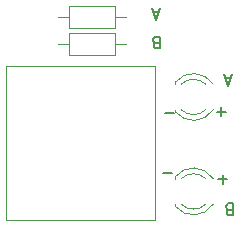
<source format=gbr>
%TF.GenerationSoftware,KiCad,Pcbnew,8.0.2*%
%TF.CreationDate,2025-01-19T22:09:42+01:00*%
%TF.ProjectId,CabControl,43616243-6f6e-4747-926f-6c2e6b696361,rev?*%
%TF.SameCoordinates,Original*%
%TF.FileFunction,Legend,Top*%
%TF.FilePolarity,Positive*%
%FSLAX46Y46*%
G04 Gerber Fmt 4.6, Leading zero omitted, Abs format (unit mm)*
G04 Created by KiCad (PCBNEW 8.0.2) date 2025-01-19 22:09:42*
%MOMM*%
%LPD*%
G01*
G04 APERTURE LIST*
G04 Aperture macros list*
%AMRoundRect*
0 Rectangle with rounded corners*
0 $1 Rounding radius*
0 $2 $3 $4 $5 $6 $7 $8 $9 X,Y pos of 4 corners*
0 Add a 4 corners polygon primitive as box body*
4,1,4,$2,$3,$4,$5,$6,$7,$8,$9,$2,$3,0*
0 Add four circle primitives for the rounded corners*
1,1,$1+$1,$2,$3*
1,1,$1+$1,$4,$5*
1,1,$1+$1,$6,$7*
1,1,$1+$1,$8,$9*
0 Add four rect primitives between the rounded corners*
20,1,$1+$1,$2,$3,$4,$5,0*
20,1,$1+$1,$4,$5,$6,$7,0*
20,1,$1+$1,$6,$7,$8,$9,0*
20,1,$1+$1,$8,$9,$2,$3,0*%
G04 Aperture macros list end*
%ADD10C,0.150000*%
%ADD11C,0.120000*%
%ADD12O,3.700000X2.000000*%
%ADD13C,1.400000*%
%ADD14O,1.400000X1.400000*%
%ADD15R,1.800000X1.800000*%
%ADD16C,1.800000*%
%ADD17RoundRect,0.250000X1.550000X-0.650000X1.550000X0.650000X-1.550000X0.650000X-1.550000X-0.650000X0*%
%ADD18O,3.600000X1.800000*%
%ADD19RoundRect,0.250000X-1.550000X0.650000X-1.550000X-0.650000X1.550000X-0.650000X1.550000X0.650000X0*%
G04 APERTURE END LIST*
D10*
X157698887Y-71646990D02*
X157556030Y-71599371D01*
X157556030Y-71599371D02*
X157508411Y-71551752D01*
X157508411Y-71551752D02*
X157460792Y-71456514D01*
X157460792Y-71456514D02*
X157460792Y-71313657D01*
X157460792Y-71313657D02*
X157508411Y-71218419D01*
X157508411Y-71218419D02*
X157556030Y-71170800D01*
X157556030Y-71170800D02*
X157651268Y-71123180D01*
X157651268Y-71123180D02*
X158032220Y-71123180D01*
X158032220Y-71123180D02*
X158032220Y-72123180D01*
X158032220Y-72123180D02*
X157698887Y-72123180D01*
X157698887Y-72123180D02*
X157603649Y-72075561D01*
X157603649Y-72075561D02*
X157556030Y-72027942D01*
X157556030Y-72027942D02*
X157508411Y-71932704D01*
X157508411Y-71932704D02*
X157508411Y-71837466D01*
X157508411Y-71837466D02*
X157556030Y-71742228D01*
X157556030Y-71742228D02*
X157603649Y-71694609D01*
X157603649Y-71694609D02*
X157698887Y-71646990D01*
X157698887Y-71646990D02*
X158032220Y-71646990D01*
X157952839Y-68995895D02*
X157476649Y-68995895D01*
X158048077Y-68710180D02*
X157714744Y-69710180D01*
X157714744Y-69710180D02*
X157381411Y-68710180D01*
X162866353Y-77496400D02*
X163628258Y-77496400D01*
X163247305Y-77877353D02*
X163247305Y-77115448D01*
X158451779Y-77623400D02*
X159213684Y-77623400D01*
X158294353Y-82703400D02*
X159056258Y-82703400D01*
X163891461Y-85773524D02*
X163748604Y-85725905D01*
X163748604Y-85725905D02*
X163700985Y-85678286D01*
X163700985Y-85678286D02*
X163653366Y-85583048D01*
X163653366Y-85583048D02*
X163653366Y-85440191D01*
X163653366Y-85440191D02*
X163700985Y-85344953D01*
X163700985Y-85344953D02*
X163748604Y-85297334D01*
X163748604Y-85297334D02*
X163843842Y-85249714D01*
X163843842Y-85249714D02*
X164224794Y-85249714D01*
X164224794Y-85249714D02*
X164224794Y-86249714D01*
X164224794Y-86249714D02*
X163891461Y-86249714D01*
X163891461Y-86249714D02*
X163796223Y-86202095D01*
X163796223Y-86202095D02*
X163748604Y-86154476D01*
X163748604Y-86154476D02*
X163700985Y-86059238D01*
X163700985Y-86059238D02*
X163700985Y-85964000D01*
X163700985Y-85964000D02*
X163748604Y-85868762D01*
X163748604Y-85868762D02*
X163796223Y-85821143D01*
X163796223Y-85821143D02*
X163891461Y-85773524D01*
X163891461Y-85773524D02*
X164224794Y-85773524D01*
X162993353Y-83211400D02*
X163755258Y-83211400D01*
X163374305Y-83592353D02*
X163374305Y-82830448D01*
X164018413Y-74613429D02*
X163542223Y-74613429D01*
X164113651Y-74327714D02*
X163780318Y-75327714D01*
X163780318Y-75327714D02*
X163446985Y-74327714D01*
%TO.C,SW2*%
D11*
X157640574Y-73639534D02*
X145040574Y-73639534D01*
X145040574Y-86639534D01*
X157640574Y-86639534D01*
X157640574Y-73639534D01*
%TO.C,R2*%
X149403000Y-71755000D02*
X150353000Y-71755000D01*
X150353000Y-70835000D02*
X150353000Y-72675000D01*
X150353000Y-72675000D02*
X154193000Y-72675000D01*
X154193000Y-70835000D02*
X150353000Y-70835000D01*
X154193000Y-72675000D02*
X154193000Y-70835000D01*
X155143000Y-71755000D02*
X154193000Y-71755000D01*
%TO.C,D1*%
X159318574Y-74993534D02*
X159318574Y-75149534D01*
X159318574Y-77309534D02*
X159318574Y-77465534D01*
X159318574Y-74994018D02*
G75*
G02*
X162550909Y-75150926I1560000J-1235516D01*
G01*
X159837613Y-75149534D02*
G75*
G02*
X161919704Y-75149697I1040961J-1080000D01*
G01*
X161919704Y-77309371D02*
G75*
G02*
X159837613Y-77309534I-1041130J1079837D01*
G01*
X162550909Y-77308142D02*
G75*
G02*
X159318574Y-77465050I-1672335J1078608D01*
G01*
%TO.C,R1*%
X149403000Y-69469000D02*
X150353000Y-69469000D01*
X150353000Y-68549000D02*
X150353000Y-70389000D01*
X150353000Y-70389000D02*
X154193000Y-70389000D01*
X154193000Y-68549000D02*
X150353000Y-68549000D01*
X154193000Y-70389000D02*
X154193000Y-68549000D01*
X155143000Y-69469000D02*
X154193000Y-69469000D01*
%TO.C,D2*%
X159318574Y-82993534D02*
X159318574Y-83149534D01*
X159318574Y-85309534D02*
X159318574Y-85465534D01*
X159318574Y-82994018D02*
G75*
G02*
X162550909Y-83150926I1560000J-1235516D01*
G01*
X159837613Y-83149534D02*
G75*
G02*
X161919704Y-83149697I1040961J-1080000D01*
G01*
X161919704Y-85309371D02*
G75*
G02*
X159837613Y-85309534I-1041130J1079837D01*
G01*
X162550909Y-85308142D02*
G75*
G02*
X159318574Y-85465050I-1672335J1078608D01*
G01*
%TD*%
%LPC*%
D12*
%TO.C,SW2*%
X153740574Y-75339534D03*
X153740574Y-80039534D03*
X153740574Y-84739534D03*
X148940574Y-75339534D03*
X148940574Y-80039534D03*
X148940574Y-84739534D03*
%TD*%
D13*
%TO.C,R2*%
X148463000Y-71755000D03*
D14*
X156083000Y-71755000D03*
%TD*%
D15*
%TO.C,D1*%
X159608574Y-76229534D03*
D16*
X162148574Y-76229534D03*
%TD*%
D13*
%TO.C,R1*%
X156083000Y-69469000D03*
D14*
X148463000Y-69469000D03*
%TD*%
D15*
%TO.C,D2*%
X159608574Y-84229534D03*
D16*
X162148574Y-84229534D03*
%TD*%
D17*
%TO.C,J2*%
X138284074Y-83902534D03*
D18*
X138284074Y-80402534D03*
X138284074Y-76902534D03*
X138284074Y-73402534D03*
X138284074Y-69902534D03*
%TD*%
D19*
%TO.C,J1*%
X166469574Y-69902534D03*
D18*
X166469574Y-73402534D03*
X166469574Y-76902534D03*
X166469574Y-80402534D03*
%TD*%
%LPD*%
M02*

</source>
